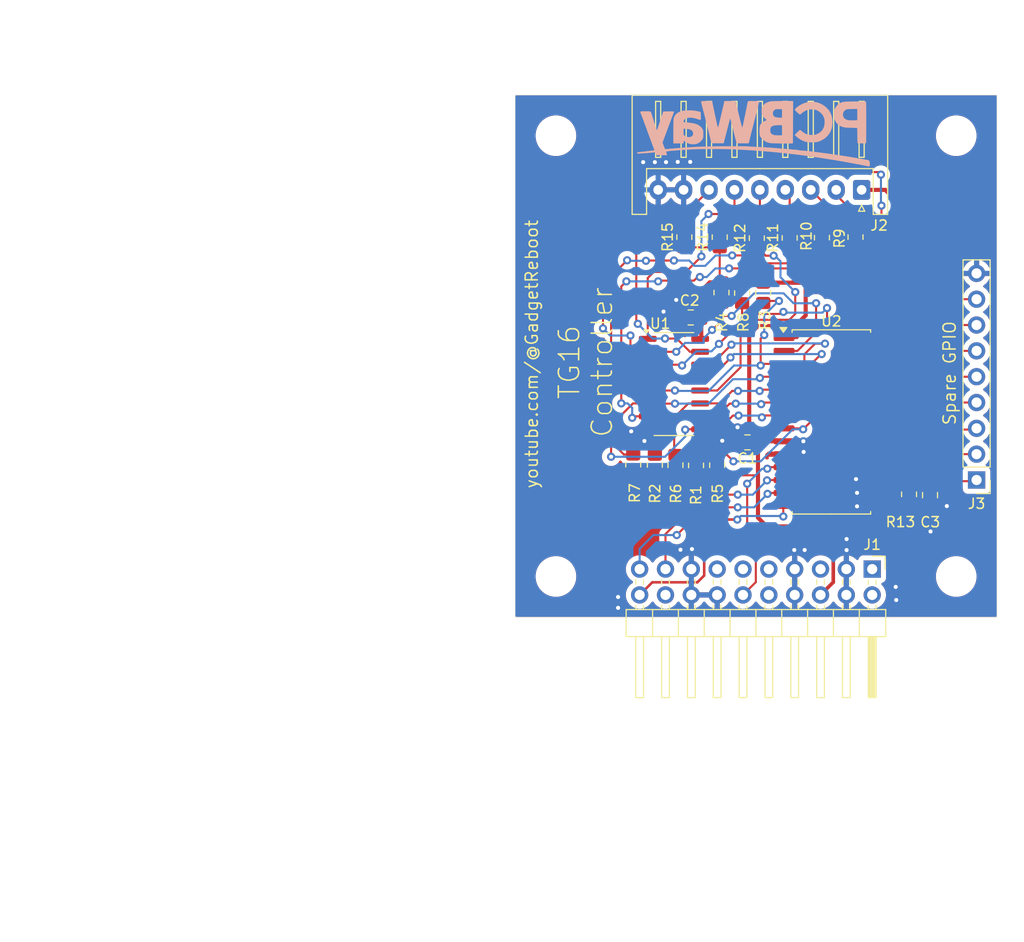
<source format=kicad_pcb>
(kicad_pcb (version 20241229) (generator "pcbnew") (generator_version "9.0")
  (layers (0 "F.Cu" signal) (2 "B.Cu" signal) (13 "F.Paste" user) (15 "B.Paste" user) (5 "F.SilkS" user "F.Silkscreen") (7 "B.SilkS" user "B.Silkscreen") (1 "F.Mask" user) (3 "B.Mask" user) (25 "Edge.Cuts" user))
  (net 0 "")
  (net 1 "GNDREF")
  (net 2 "Net-(U2-~{RESET})")
  (net 3 "/D0")
  (net 4 "/D1")
  (net 5 "/CLR")
  (net 6 "/SEL")
  (net 7 "/D3")
  (net 8 "/D2")
  (net 9 "/D17_5V")
  (net 10 "/SCL_5V")
  (net 11 "/D13_5V")
  (net 12 "/MISO_5V")
  (net 13 "/D26_5V")
  (net 14 "/SDA_5V")
  (net 15 "/ID0")
  (net 16 "/D16_5V")
  (net 17 "+5V")
  (net 18 "/D27_5V")
  (net 19 "/SCK_5V")
  (net 20 "/MOSI_5V")
  (net 21 "Net-(J3-Pin_7)")
  (net 22 "Net-(J3-Pin_6)")
  (net 23 "Net-(J3-Pin_8)")
  (net 24 "Net-(J3-Pin_2)")
  (net 25 "Net-(J3-Pin_4)")
  (net 26 "Net-(J3-Pin_3)")
  (net 27 "Net-(J3-Pin_1)")
  (net 28 "Net-(J3-Pin_5)")
  (net 29 "/Down")
  (net 30 "/Up")
  (net 31 "/Select")
  (net 32 "/Btn_I")
  (net 33 "/Left")
  (net 34 "/Right")
  (net 35 "/Run")
  (net 36 "/Btn_II")
  (net 37 "Net-(U1-Za)")
  (net 38 "Net-(U1-Zb)")
  (net 39 "Net-(U1-Zc)")
  (net 40 "Net-(U1-Zd)")
  (net 43 "/5V_Main")
  (footprint "MountingHole:MountingHole_3.5mm" (layer "F.Cu") (at 123 122.5)
    (property "Reference" "H3" (hide yes))
    (property "Value" "MountingHole")
  )
  (footprint "MountingHole:MountingHole_3.5mm" (layer "F.Cu") (at 57.2 122.6)
    (property "Reference" "H4" (hide yes))
    (property "Value" "MountingHole")
  )
  (footprint "Resistor_SMD:R_0805_2012Metric_Pad1.20x1.40mm_HandSolder" (layer "F.Cu") (at 107.425 81.075 90)
    (property "Reference" "R1")
    (property "Value" "47K")
  )
  (footprint "Capacitor_SMD:C_0805_2012Metric_Pad1.18x1.45mm_HandSolder" (layer "F.Cu") (at 112.475 78.810001 180)
    (property "Reference" "C1")
    (property "Value" "10uF")
  )
  (footprint "Capacitor_SMD:C_0805_2012Metric_Pad1.18x1.45mm_HandSolder" (layer "F.Cu") (at 106.9 66.525 180)
    (property "Reference" "C2")
    (property "Value" "10uF")
  )
  (footprint "Connector_PinHeader_2.54mm:PinHeader_1x09_P2.54mm_Vertical" (layer "F.Cu") (at 135 82.51 180)
    (property "Reference" "J3")
    (property "Value" "Conn_01x09")
  )
  (footprint "Resistor_SMD:R_0805_2012Metric_Pad1.20x1.40mm_HandSolder" (layer "F.Cu") (at 103.375 81.025 90)
    (property "Reference" "R2")
    (property "Value" "47K")
  )
  (footprint "Resistor_SMD:R_0805_2012Metric_Pad1.20x1.40mm_HandSolder" (layer "F.Cu") (at 114.024998 64.1 -90)
    (property "Reference" "R3")
    (property "Value" "47K")
  )
  (footprint "Resistor_SMD:R_0805_2012Metric_Pad1.20x1.40mm_HandSolder" (layer "F.Cu") (at 109.925 64.074999 -90)
    (property "Reference" "R4")
    (property "Value" "47K")
  )
  (footprint "Resistor_SMD:R_0805_2012Metric_Pad1.20x1.40mm_HandSolder" (layer "F.Cu") (at 109.5 81.05 90)
    (property "Reference" "R5")
    (property "Value" "47K")
  )
  (footprint "Resistor_SMD:R_0805_2012Metric_Pad1.20x1.40mm_HandSolder" (layer "F.Cu") (at 105.4 81.049999 90)
    (property "Reference" "R6")
    (property "Value" "47K")
  )
  (footprint "Resistor_SMD:R_0805_2012Metric_Pad1.20x1.40mm_HandSolder" (layer "F.Cu") (at 101.25 81 90)
    (property "Reference" "R7")
    (property "Value" "47K")
  )
  (footprint "Resistor_SMD:R_0805_2012Metric_Pad1.20x1.40mm_HandSolder" (layer "F.Cu") (at 111.950001 64.125 -90)
    (property "Reference" "R8")
    (property "Value" "47K")
  )
  (footprint "Resistor_SMD:R_0805_2012Metric_Pad1.20x1.40mm_HandSolder" (layer "F.Cu") (at 123.1 58.625 90)
    (property "Reference" "R9")
    (property "Value" "330r")
  )
  (footprint "Resistor_SMD:R_0805_2012Metric_Pad1.20x1.40mm_HandSolder" (layer "F.Cu") (at 119.8 58.675 90)
    (property "Reference" "R10")
    (property "Value" "330r")
  )
  (footprint "Package_SO:SO-16_3.9x9.9mm_P1.27mm" (layer "F.Cu") (at 105.25 73.075)
    (property "Reference" "U1")
    (property "Value" "74HC157")
  )
  (footprint "Package_SO:SOIC-28W_7.5x17.9mm_P1.27mm" (layer "F.Cu") (at 120.725 76.800001)
    (property "Reference" "U2")
    (property "Value" "MCP23S17_SO")
  )
  (footprint "Connector_JST:JST_XH_S9B-XH-A_1x09_P2.50mm_Horizontal" (layer "F.Cu") (at 123.7 53.975 180)
    (property "Reference" "J2")
    (property "Value" "Conn_01x09")
  )
  (footprint "Connector_PinHeader_2.54mm:PinHeader_2x10_P2.54mm_Horizontal" (layer "F.Cu") (at 124.74 91.275 -90)
    (property "Reference" "J1")
    (property "Value" "Conn_02x10_Odd_Even")
  )
  (footprint "MountingHole:MountingHole_3.5mm" (layer "F.Cu") (at 44.35 40.45 -90)
    (property "Reference" "H1" (hide yes))
    (property "Value" "MountingHole")
  )
  (footprint "MountingHole:MountingHole_3.5mm" (layer "F.Cu") (at 123 56)
    (property "Reference" "H2" (hide yes))
    (property "Value" "MountingHole")
  )
  (footprint "Resistor_SMD:R_0805_2012Metric_Pad1.20x1.40mm_HandSolder" (layer "F.Cu") (at 116.625 58.7 90)
    (property "Reference" "R11")
    (property "Value" "330r")
  )
  (footprint "Resistor_SMD:R_0805_2012Metric_Pad1.20x1.40mm_HandSolder" (layer "F.Cu") (at 113.4 58.725 90)
    (property "Reference" "R12")
    (property "Value" "330r")
  )
  (footprint "Resistor_SMD:R_0805_2012Metric_Pad1.20x1.40mm_HandSolder" (layer "F.Cu") (at 109.75 58.625 90)
    (property "Reference" "R14")
    (property "Value" "47K")
  )
  (footprint "Capacitor_SMD:C_0805_2012Metric_Pad1.18x1.45mm_HandSolder" (layer "F.Cu") (at 130.425 83.995 90)
    (property "Reference" "C3")
    (property "Value" "10nF")
  )
  (footprint "Resistor_SMD:R_0805_2012Metric_Pad1.20x1.40mm_HandSolder" (layer "F.Cu") (at 106.275 58.625001 90)
    (property "Reference" "R15")
    (property "Value" "47K")
  )
  (footprint "Resistor_SMD:R_0805_2012Metric_Pad1.20x1.40mm_HandSolder" (layer "F.Cu") (at 128.360001 83.92 90)
    (property "Reference" "R13")
    (property "Value" "47K")
  )
  (footprint "_Custom_Footprints:pcb way logo" (layer "B.Cu") (at 113.075 49.125 180)
    (property "Reference" "G***" (hide yes))
    (property "Value" "LOGO" (hide yes))
  )
  (gr_line (start 89.65 96) (end 89.65 44.65) (stroke (width 0.05)) (layer "Edge.Cuts"))
  (gr_line (start 137 96) (end 89.65 96) (stroke (width 0.05)) (layer "Edge.Cuts"))
  (gr_line (start 89.65 44.65) (end 137 44.65) (stroke (width 0.05)) (layer "Edge.Cuts"))
  (gr_line (start 137 44.65) (end 137 96) (stroke (width 0.05)) (layer "Edge.Cuts"))
  (gr_text "TG16\nController" (at 96.575 70.925 90) (layer "F.SilkS") (effects (font (size 2 2))))
  (gr_text "Spare GPIO" (at 132.35 72.000001 90) (layer "F.SilkS") (effects (font (size 1.2 1.2))))
  (gr_text "youtube.com/@GadgetReboot" (at 91.275 70.135 90) (layer "F.SilkS") (effects (font (size 1.2 1.2))))
  (via (at 122.224 88.319) (size 0.8) (drill 0.4) (layers "F.Cu" "B.Cu") (net 1))
  (via (at 127.05 93.027) (size 0.8) (drill 0.4) (layers "F.Cu" "B.Cu") (net 1))
  (via (at 106.85 51.225) (size 0.8) (drill 0.4) (layers "F.Cu" "B.Cu") (net 1))
  (via (at 105.475 64.8) (size 0.8) (drill 0.4) (layers "F.Cu" "B.Cu") (net 1))
  (via (at 123.25 85.1) (size 0.8) (drill 0.4) (layers "F.Cu" "B.Cu") (net 1))
  (via (at 118 79.75) (size 0.8) (drill 0.4) (layers "F.Cu" "B.Cu") (net 1))
  (via (at 102.225 51.25) (size 0.8) (drill 0.4) (layers "F.Cu" "B.Cu") (net 1))
  (via (at 127.1 94.315) (size 0.8) (drill 0.4) (layers "F.Cu" "B.Cu") (net 1))
  (via (at 99.7592 95.0856) (size 0.8) (drill 0.4) (layers "F.Cu" "B.Cu") (net 1))
  (via (at 132.075 85.075) (size 0.8) (drill 0.4) (layers "F.Cu" "B.Cu") (net 1))
  (via (at 107.021 89.303) (size 0.8) (drill 0.4) (layers "F.Cu" "B.Cu") (net 1))
  (via (at 117.975 78.7) (size 0.8) (drill 0.4) (layers "F.Cu" "B.Cu") (net 1))
  (via (at 105.625 51.225) (size 0.8) (drill 0.4) (layers "F.Cu" "B.Cu") (net 1))
  (via (at 130.475 87.575) (size 0.8) (drill 0.4) (layers "F.Cu" "B.Cu") (net 1))
  (via (at 122.224 89.4026) (size 0.8) (drill 0.4) (layers "F.Cu" "B.Cu") (net 1))
  (via (at 104.475 51.25) (size 0.8) (drill 0.4) (layers "F.Cu" "B.Cu") (net 1))
  (via (at 117.082 89.396) (size 0.8) (drill 0.4) (layers "F.Cu" "B.Cu") (net 1))
  (via (at 103.375 51.25) (size 0.8) (drill 0.4) (layers "F.Cu" "B.Cu") (net 1))
  (via (at 104.225 65.95) (size 0.8) (drill 0.4) (layers "F.Cu" "B.Cu") (net 1))
  (via (at 101.05 77.725) (size 0.8) (drill 0.4) (layers "F.Cu" "B.Cu") (net 1))
  (via (at 118.098 89.396) (size 0.8) (drill 0.4) (layers "F.Cu" "B.Cu") (net 1))
  (via (at 111.5 77.325) (size 0.8) (drill 0.4) (layers "F.Cu" "B.Cu") (net 1))
  (via (at 99.7592 94.0188) (size 0.8) (drill 0.4) (layers "F.Cu" "B.Cu") (net 1))
  (via (at 123.15 82.425) (size 0.8) (drill 0.4) (layers "F.Cu" "B.Cu") (net 1))
  (via (at 105.891 89.369) (size 0.8) (drill 0.4) (layers "F.Cu" "B.Cu") (net 1))
  (via (at 123.25 83.775) (size 0.8) (drill 0.4) (layers "F.Cu" "B.Cu") (net 1))
  (via (at 102.35 78.675) (size 0.8) (drill 0.4) (layers "F.Cu" "B.Cu") (net 1))
  (via (at 110 78.65) (size 0.8) (drill 0.4) (layers "F.Cu" "B.Cu") (net 1))
  (segment (start 127.745001 81.245001) (end 128.375 81.875) (width 0.2032) (layer "F.Cu") (net 2))
  (segment (start 128.360001 82.92) (end 130.3875 82.92) (width 0.2032) (layer "F.Cu") (net 2))
  (segment (start 128.360001 81.889999) (end 128.360001 82.92) (width 0.2032) (layer "F.Cu") (net 2))
  (segment (start 128.375 81.875) (end 128.360001 81.889999) (width 0.2032) (layer "F.Cu") (net 2))
  (segment (start 130.3875 82.92) (end 130.425 82.9575) (width 0.2032) (layer "F.Cu") (net 2))
  (segment (start 125.375 81.245001) (end 127.745001 81.245001) (width 0.2032) (layer "F.Cu") (net 2))
  (segment (start 121.2 54.475) (end 123.1 56.375) (width 0.2032) (layer "F.Cu") (net 3))
  (segment (start 121.2 53.975) (end 121.2 54.475) (width 0.2032) (layer "F.Cu") (net 3))
  (segment (start 123.1 56.375) (end 123.1 57.625) (width 0.2032) (layer "F.Cu") (net 3))
  (segment (start 119.8 57.675) (end 119.8 55.075) (width 0.2032) (layer "F.Cu") (net 4))
  (segment (start 119.8 55.075) (end 118.7 53.975) (width 0.2032) (layer "F.Cu") (net 4))
  (segment (start 101.55 59.025) (end 101.55 67) (width 0.2032) (layer "F.Cu") (net 5))
  (segment (start 102.949999 57.625001) (end 101.55 59.025) (width 0.2032) (layer "F.Cu") (net 5))
  (segment (start 106.125 69.2) (end 105.525 68.6) (width 0.2032) (layer "F.Cu") (net 5))
  (segment (start 107.825 69.9) (end 106.825 69.9) (width 0.2032) (layer "F.Cu") (net 5))
  (segment (start 106.275 56.425) (end 106.275 57.625001) (width 0.2032) (layer "F.Cu") (net 5))
  (segment (start 108.7 54) (end 106.275 56.425) (width 0.2032) (layer "F.Cu") (net 5))
  (segment (start 105.525 68.6) (end 104.375 68.6) (width 0.2032) (layer "F.Cu") (net 5))
  (segment (start 106.275 57.625001) (end 102.949999 57.625001) (width 0.2032) (layer "F.Cu") (net 5))
  (segment (start 106.825 69.9) (end 106.125 69.2) (width 0.2032) (layer "F.Cu") (net 5))
  (segment (start 101.55 67) (end 101.7 67.15) (width 0.2032) (layer "F.Cu") (net 5))
  (segment (start 108.7 53.975) (end 108.7 54) (width 0.2032) (layer "F.Cu") (net 5))
  (via (at 101.7 67.15) (size 0.8) (drill 0.4) (layers "F.Cu" "B.Cu") (net 5))
  (via (at 104.375 68.6) (size 0.8) (drill 0.4) (layers "F.Cu" "B.Cu") (net 5))
  (segment (start 103.15 68.6) (end 101.7 67.15) (width 0.2032) (layer "B.Cu") (net 5))
  (segment (start 104.375 68.6) (end 103.15 68.6) (width 0.2032) (layer "B.Cu") (net 5))
  (segment (start 109.75 56.4) (end 109.7 56.35) (width 0.2032) (layer "F.Cu") (net 6))
  (segment (start 109.7 56.35) (end 110.425 56.35) (width 0.2032) (layer "F.Cu") (net 6))
  (segment (start 110.425 56.35) (end 111.2 55.575) (width 0.2032) (layer "F.Cu") (net 6))
  (segment (start 102.675 62.65) (end 102.675 68.629999) (width 0.2032) (layer "F.Cu") (net 6))
  (segment (start 108.65 56.35) (end 109.7 56.35) (width 0.2032) (layer "F.Cu") (net 6))
  (segment (start 103.275 62.05) (end 102.675 62.65) (width 0.2032) (layer "F.Cu") (net 6))
  (segment (start 111.2 55.575) (end 111.2 53.975) (width 0.2032) (layer "F.Cu") (net 6))
  (segment (start 107.95 60.525) (end 106.425 62.05) (width 0.2032) (layer "F.Cu") (net 6))
  (segment (start 109.75 57.625) (end 109.75 56.4) (width 0.2032) (layer "F.Cu") (net 6))
  (segment (start 106.425 62.05) (end 103.275 62.05) (width 0.2032) (layer "F.Cu") (net 6))
  (via (at 108.65 56.35) (size 0.8) (drill 0.4) (layers "F.Cu" "B.Cu") (net 6))
  (via (at 107.95 60.525) (size 0.8) (drill 0.4) (layers "F.Cu" "B.Cu") (net 6))
  (segment (start 107.95 57.05) (end 108.65 56.35) (width 0.2032) (layer "B.Cu") (net 6))
  (segment (start 107.95 60.525) (end 107.95 57.05) (width 0.2032) (layer "B.Cu") (net 6))
  (segment (start 113.7 57.425) (end 113.4 57.725) (width 0.2032) (layer "F.Cu") (net 7))
  (segment (start 113.7 53.975) (end 113.7 57.425) (width 0.2032) (layer "F.Cu") (net 7))
  (segment (start 116.625 57.7) (end 116.625 54.4) (width 0.2032) (layer "F.Cu") (net 8))
  (segment (start 116.625 54.4) (end 116.2 53.975) (width 0.2032) (layer "F.Cu") (net 8))
  (segment (start 113.3 92.555) (end 112.04 93.815) (width 0.2032) (layer "F.Cu") (net 11))
  (segment (start 112.45 82.875) (end 112.45 86.675) (width 0.2032) (layer "F.Cu") (net 11))
  (segment (start 113.3 87.525) (end 113.3 92.555) (width 0.2032) (layer "F.Cu") (net 11))
  (segment (start 116.075 81.245001) (end 114.579999 81.245001) (width 0.2032) (layer "F.Cu") (net 11))
  (segment (start 112.45 86.675) (end 113.3 87.525) (width 0.2032) (layer "F.Cu") (net 11))
  (segment (start 114.579999 81.245001) (end 114.425 81.4) (width 0.2032) (layer "F.Cu") (net 11))
  (via (at 114.425 81.4) (size 0.8) (drill 0.4) (layers "F.Cu" "B.Cu") (net 11))
  (via (at 112.45 82.875) (size 0.8) (drill 0.4) (layers "F.Cu" "B.Cu") (net 11))
  (segment (start 113.925 81.4) (end 112.45 82.875) (width 0.2032) (layer "B.Cu") (net 11))
  (segment (start 114.425 81.4) (end 113.925 81.4) (width 0.2032) (layer "B.Cu") (net 11))
  (segment (start 116 86.1) (end 116 85.130001) (width 0.2032) (layer "F.Cu") (net 12))
  (segment (start 101.88 93.815) (end 103.124 92.571) (width 0.25) (layer "F.Cu") (net 12))
  (segment (start 103.124 92.571) (end 107.557 92.571) (width 0.25) (layer "F.Cu") (net 12))
  (segment (start 107.557 92.571) (end 108.225 91.903) (width 0.25) (layer "F.Cu") (net 12))
  (segment (start 109.475 86.4) (end 111.475 86.4) (width 0.25) (layer "F.Cu") (net 12))
  (segment (start 116 85.130001) (end 116.075 85.055001) (width 0.2032) (layer "F.Cu") (net 12))
  (segment (start 108.225 91.903) (end 108.225 87.65) (width 0.25) (layer "F.Cu") (net 12))
  (segment (start 108.225 87.65) (end 109.475 86.4) (width 0.25) (layer "F.Cu") (net 12))
  (via (at 111.475 86.4) (size 0.8) (drill 0.4) (layers "F.Cu" "B.Cu") (net 12))
  (via (at 116 86.1) (size 0.8) (drill 0.4) (layers "F.Cu" "B.Cu") (net 12))
  (segment (start 111.825 86.05) (end 115.95 86.05) (width 0.2032) (layer "B.Cu") (net 12))
  (segment (start 111.475 86.4) (end 111.825 86.05) (width 0.2032) (layer "B.Cu") (net 12))
  (segment (start 115.95 86.05) (end 116 86.1) (width 0.2032) (layer "B.Cu") (net 12))
  (segment (start 112.65 68.225) (end 113.5 67.375) (width 0.4064) (layer "F.Cu") (net 17))
  (segment (start 106.275 59.625001) (end 109.75 59.625) (width 0.2032) (layer "F.Cu") (net 17))
  (segment (start 118.175 63.1) (end 116.85 63.1) (width 0.4064) (layer "F.Cu") (net 17))
  (segment (start 113.5125 78.810001) (end 113.5125 77.7125) (width 0.4064) (layer "F.Cu") (net 17))
  (segment (start 120.914201 87.097201) (end 120.892 87.075) (width 0.4064) (layer "F.Cu") (net 17))
  (segment (start 107.9375 66.525) (end 107.9375 68.517499) (width 0.4064) (layer "F.Cu") (net 17))
  (segment (start 113.5125 78.810001) (end 113.5125 82.125) (width 0.4064) (layer "F.Cu") (net 17))
  (segment (start 113.5 67.375) (end 117.15 67.375) (width 0.4064) (layer "F.Cu") (net 17))
  (segment (start 119.66 93.815) (end 120.914201 92.560799) (width 0.3556) (layer "F.Cu") (net 17))
  (segment (start 113.5125 86.2125) (end 114.375 87.075) (width 0.4064) (layer "F.Cu") (net 17))
  (segment (start 105.375001 82.025) (end 105.4 82.049999) (width 0.2032) (layer "F.Cu") (net 17))
  (segment (start 126.125 63.1) (end 116.85 63.1) (width 0.4064) (layer "F.Cu") (net 17))
  (segment (start 114.024998 63.1) (end 111.975001 63.1) (width 0.4064) (layer "F.Cu") (net 17))
  (segment (start 123.7 53.975) (end 126.025 53.975) (width 0.4064) (layer "F.Cu") (net 17))
  (segment (start 107.425 82.075) (end 109.475 82.075) (width 0.2032) (layer "F.Cu") (net 17))
  (segment (start 103.35 82) (end 103.375 82.025) (width 0.2032) (layer "F.Cu") (net 17))
  (segment (start 109.975001 63.125) (end 109.925 63.074999) (width 0.4064) (layer "F.Cu") (net 17))
  (segment (start 127.35 55.3) (end 127.35 61.875) (width 0.4064) (layer "F.Cu") (net 17))
  (segment (start 101.25 82) (end 103.35 82) (width 0.2032) (layer "F.Cu") (net 17))
  (segment (start 109.75 62.899999) (end 109.925 63.074999) (width 0.2032) (layer "F.Cu") (net 17))
  (segment (start 107.9375 68.517499) (end 107.825 68.629999) (width 0.4064) (layer "F.Cu") (net 17))
  (segment (start 103.375 82.025) (end 105.375001 82.025) (width 0.2032) (layer "F.Cu") (net 17))
  (segment (start 108.775001 63.074999) (end 107.9375 63.9125) (width 0.4064) (layer "F.Cu") (net 17))
  (segment (start 107.399999 82.049999) (end 107.425 82.075) (width 0.2032) (layer "F.Cu") (net 17))
  (segment (start 112.65 76.85) (end 112.65 68.225) (width 0.4064) (layer "F.Cu") (net 17))
  (segment (start 116.85 63.1) (end 114.024998 63.1) (width 0.4064) (layer "F.Cu") (net 17))
  (segment (start 127.35 61.875) (end 126.125 63.1) (width 0.4064) (layer "F.Cu") (net 17))
  (segment (start 105.4 82.049999) (end 107.399999 82.049999) (width 0.2032) (layer "F.Cu") (net 17))
  (segment (start 118.2 63.125) (end 118.175 63.1) (width 0.4064) (layer "F.Cu") (net 17))
  (segment (start 120.892 87.075) (end 127.531 87.075) (width 0.4064) (layer "F.Cu") (net 17))
  (segment (start 113.6175 78.705001) (end 113.5125 78.810001) (width 0.4064) (layer "F.Cu") (net 17))
  (segment (start 109.5 82.05) (end 113.4375 82.05) (width 0.2032) (layer "F.Cu") (net 17))
  (segment (start 117.15 67.375) (end 118.2 66.325) (width 0.4064) (layer "F.Cu") (net 17))
  (segment (start 113.5125 82.125) (end 113.5125 86.2125) (width 0.4064) (layer "F.Cu") (net 17))
  (segment (start 126.025 53.975) (end 127.35 55.3) (width 0.4064) (layer "F.Cu") (net 17))
  (segment (start 107.9375 63.9125) (end 107.9375 66.525) (width 0.4064) (layer "F.Cu") (net 17))
  (segment (start 127.531 87.075) (end 128.360001 86.245999) (width 0.4064) (layer "F.Cu") (net 17))
  (segment (start 109.925 63.074999) (end 108.775001 63.074999) (width 0.4064) (layer "F.Cu") (net 17))
  (segment (start 113.5125 77.7125) (end 112.65 76.85) (width 0.4064) (layer "F.Cu") (net 17))
  (segment (start 111.950001 63.125) (end 109.975001 63.125) (width 0.4064) (layer "F.Cu") (net 17))
  (segment (start 109.475 82.075) (end 109.5 82.05) (width 0.2032) (layer "F.Cu") (net 17))
  (segment (start 109.75 59.625) (end 109.75 62.899999) (width 0.2032) (layer "F.Cu") (net 17))
  (segment (start 118.2 66.325) (end 118.2 63.125) (width 0.4064) (layer "F.Cu") (net 17))
  (segment (start 119.66 93.46) (end 120.25 94.05) (width 0.4064) (layer "F.Cu") (net 17))
  (segment (start 116.075 78.705001) (end 113.6175 78.705001) (width 0.4064) (layer "F.Cu") (net 17))
  (segment (start 113.4375 82.05) (end 113.5125 82.125) (width 0.2032) (layer "F.Cu") (net 17))
  (segment (start 114.375 87.075) (end 120.892 87.075) (width 0.4064) (layer "F.Cu") (net 17))
  (segment (start 111.975001 63.1) (end 111.950001 63.125) (width 0.4064) (layer "F.Cu") (net 17))
  (segment (start 128.360001 86.245999) (end 128.360001 84.92) (width 0.4064) (layer "F.Cu") (net 17))
  (segment (start 120.914201 92.560799) (end 120.914201 87.097201) (width 0.3556) (layer "F.Cu") (net 17))
  (segment (start 114.434999 82.515001) (end 114.4 82.55) (width 0.2032) (layer "F.Cu") (net 19))
  (segment (start 111.525 83.95) (end 108.3 83.95) (width 0.2032) (layer "F.Cu") (net 19))
  (segment (start 104.42 87.83) (end 104.42 91.275) (width 0.2032) (layer "F.Cu") (net 19))
  (segment (start 108.3 83.95) (end 104.42 87.83) (width 0.2032) (layer "F.Cu") (net 19))
  (segment (start 116.075 82.515001) (end 114.434999 82.515001) (width 0.2032) (layer "F.Cu") (net 19))
  (via (at 111.525 83.95) (size 0.8) (drill 0.4) (layers "F.Cu" "B.Cu") (net 19))
  (via (at 114.4 82.55) (size 0.8) (drill 0.4) (layers "F.Cu" "B.Cu") (net 19))
  (segment (start 113 83.95) (end 111.525 83.95) (width 0.2032) (layer "B.Cu") (net 19))
  (segment (start 114.4 82.55) (end 113 83.95) (width 0.2032) (layer "B.Cu") (net 19))
  (segment (start 114.54 83.785) (end 114.45 83.875) (width 0.2032) (layer "F.Cu") (net 20))
  (segment (start 116.075 83.785) (end 114.54 83.785) (width 0.2032) (layer "F.Cu") (net 20))
  (segment (start 111.525 85.2) (end 108.25 85.2) (width 0.2032) (layer "F.Cu") (net 20))
  (segment (start 108.25 85.2) (end 105.525 87.925) (width 0.2032) (layer "F.Cu") (net 20))
  (via (at 105.525 87.925) (size 0.8) (drill 0.4) (layers "F.Cu" "B.Cu") (net 20))
  (via (at 114.45 83.875) (size 0.8) (drill 0.4) (layers "F.Cu" "B.Cu") (net 20))
  (via (at 111.525 85.2) (size 0.8) (drill 0.4) (layers "F.Cu" "B.Cu") (net 20))
  (segment (start 113.125 85.2) (end 111.525 85.2) (width 0.2032) (layer "B.Cu") (net 20))
  (segment (start 114.45 83.875) (end 113.125 85.2) (width 0.2032) (layer "B.Cu") (net 20))
  (segment (start 101.88 89.275) (end 101.88 91.275) (width 0.2032) (layer "B.Cu") (net 20))
  (segment (start 103.23 87.925) (end 101.88 89.275) (width 0.2032) (layer "B.Cu") (net 20))
  (segment (start 105.525 87.925) (end 103.23 87.925) (width 0.2032) (layer "B.Cu") (net 20))
  (segment (start 129.134998 69.815002) (end 131.68 67.27) (width 0.2032) (layer "F.Cu") (net 21))
  (segment (start 125.375 69.815002) (end 129.134998 69.815002) (width 0.2032) (layer "F.Cu") (net 21))
  (segment (start 131.68 67.27) (end 135 67.27) (width 0.2032) (layer "F.Cu") (net 21))
  (segment (start 132.09 69.81) (end 135 69.81) (width 0.2032) (layer "F.Cu") (net 22))
  (segment (start 130.814999 71.085001) (end 132.09 69.81) (width 0.2032) (layer "F.Cu") (net 22))
  (segment (start 125.375 71.085001) (end 130.814999 71.085001) (width 0.2032) (layer "F.Cu") (net 22))
  (segment (start 128.179999 68.545001) (end 131.995001 64.729999) (width 0.2032) (layer "F.Cu") (net 23))
  (segment (start 131.995001 64.729999) (end 135 64.729999) (width 0.2032) (layer "F.Cu") (net 23))
  (segment (start 125.375 68.545001) (end 128.179999 68.545001) (width 0.2032) (layer "F.Cu") (net 23))
  (segment (start 125.375 76.165001) (end 128.915001 76.165001) (width 0.2032) (layer "F.Cu") (net 24))
  (segment (start 128.915001 76.165001) (end 132.72 79.97) (width 0.2032) (layer "F.Cu") (net 24))
  (segment (start 132.72 79.97) (end 135 79.97) (width 0.2032) (layer "F.Cu") (net 24))
  (segment (start 131.075001 73.625001) (end 132.34 74.89) (width 0.2032) (layer "F.Cu") (net 25))
  (segment (start 132.34 74.89) (end 135 74.89) (width 0.2032) (layer "F.Cu") (net 25))
  (segment (start 125.375001 73.625001) (end 131.075001 73.625001) (width 0.2032) (layer "F.Cu") (net 25))
  (segment (start 134.880001 77.55) (end 135 77.430001) (width 0.2032) (layer "F.Cu") (net 26))
  (segment (start 130.070001 74.895001) (end 132.725 77.55) (width 0.2032) (layer "F.Cu") (net 26))
  (segment (start 132.725 77.55) (end 134.880001 77.55) (width 0.2032) (layer "F.Cu") (net 26))
  (segment (start 125.375 74.895001) (end 130.070001 74.895001) (width 0.2032) (layer "F.Cu") (net 26))
  (segment (start 133.35 82.625) (end 134.885 82.625) (width 0.2032) (layer "F.Cu") (net 27))
  (segment (start 128.160001 77.435001) (end 133.35 82.625) (width 0.2032) (layer "F.Cu") (net 27))
  (segment (start 134.885 82.625) (end 135 82.51) (width 0.2032) (layer "F.Cu") (net 27))
  (segment (start 125.375 77.435001) (end 128.160001 77.435001) (width 0.2032) (layer "F.Cu") (net 27))
  (segment (start 134.994999 72.355001) (end 135 72.35) (width 0.2032) (layer "F.Cu") (net 28))
  (segment (start 125.375 72.355001) (end 134.994999 72.355001) (width 0.2032) (layer "F.Cu") (net 28))
  (segment (start 110.725 75) (end 111.325 75) (width 0.2032) (layer "F.Cu") (net 29))
  (segment (start 113.825 75.05) (end 113.979999 74.895001) (width 0.2032) (layer "F.Cu") (net 29))
  (segment (start 107.825 76.25) (end 106.25 76.25) (width 0.2032) (layer "F.Cu") (net 29))
  (segment (start 106.25 76.25) (end 105.275 77.225) (width 0.2032) (layer "F.Cu") (net 29))
  (segment (start 105.275 79.924999) (end 105.4 80.049999) (width 0.2032) (layer "F.Cu") (net 29))
  (segment (start 109.475 76.25) (end 110.725 75) (width 0.2032) (layer "F.Cu") (net 29))
  (segment (start 113.979999 74.895001) (end 116.075 74.895001) (width 0.2032) (layer "F.Cu") (net 29))
  (segment (start 107.825 76.25) (end 109.475 76.25) (width 0.2032) (layer "F.Cu") (net 29))
  (segment (start 105.275 77.225) (end 105.275 79.924999) (width 0.2032) (layer "F.Cu") (net 29))
  (via (at 113.825 75.05) (size 0.8) (drill 0.4) (layers "F.Cu" "B.Cu") (net 29))
  (via (at 111.325 75) (size 0.8) (drill 0.4) (layers "F.Cu" "B.Cu") (net 29))
  (segment (start 113.775 75) (end 113.825 75.05) (width 0.2032) (layer "B.Cu") (net 29))
  (segment (start 111.325 75) (end 113.775 75) (width 0.2032) (layer "B.Cu") (net 29))
  (segment (start 116.075 69.815002) (end 117.384998 69.815002) (width 0.2032) (layer "F.Cu") (net 30))
  (segment (start 116.0125 65.9734) (end 116.0125 66.0125) (width 0.2032) (layer "F.Cu") (net 30))
  (segment (start 117.384998 69.815002) (end 119.875 67.325) (width 0.2032) (layer "F.Cu") (net 30))
  (segment (start 111.950001 66.175) (end 111.950001 65.900001) (width 0.2032) (layer "F.Cu") (net 30))
  (segment (start 115.85 66.175) (end 111.950001 66.175) (width 0.2032) (layer "F.Cu") (net 30))
  (segment (start 111.950001 66.849999) (end 111.950001 65.900001) (width 0.2032) (layer "F.Cu") (net 30))
  (segment (start 105.970001 71.170001) (end 106.05 71.25) (width 0.2032) (layer "F.Cu") (net 30))
  (segment (start 116.0125 66.0125) (end 115.85 66.175) (width 0.2032) (layer "F.Cu") (net 30))
  (segment (start 111.950001 65.900001) (end 111.950001 65.125) (width 0.2032) (layer "F.Cu") (net 30))
  (segment (start 119.875 67.325) (end 120.3 66.9) (width 0.2032) (layer "F.Cu") (net 30))
  (segment (start 102.675 71.170001) (end 105.970001 71.170001) (width 0.2032) (layer "F.Cu") (net 30))
  (segment (start 120.3 66.9) (end 120.3 65.6) (width 0.2032) (layer "F.Cu") (net 30))
  (segment (start 109.675 69.125) (end 111.950001 66.849999) (width 0.2032) (layer "F.Cu") (net 30))
  (via (at 106.05 71.25) (size 0.8) (drill 0.4) (layers "F.Cu" "B.Cu") (net 30))
  (via (at 116.0125 65.9734) (size 0.8) (drill 0.4) (layers "F.Cu" "B.Cu") (net 30))
  (via (at 120.3 65.6) (size 0.8) (drill 0.4) (layers "F.Cu" "B.Cu") (net 30))
  (via (at 109.675 69.125) (size 0.8) (drill 0.4) (layers "F.Cu" "B.Cu") (net 30))
  (segment (start 116.2484 65.9734) (end 116.325 66.05) (width 0.2032) (layer "B.Cu") (net 30))
  (segment (start 108.942211 69.857789) (end 107.442211 69.857789) (width 0.2032) (layer "B.Cu") (net 30))
  (segment (start 116.325 66.05) (end 119.85 66.05) (width 0.2032) (layer "B.Cu") (net 30))
  (segment (start 109.675 69.125) (end 108.942211 69.857789) (width 0.2032) (layer "B.Cu") (net 30))
  (segment (start 119.85 66.05) (end 120.3 65.6) (width 0.2032) (layer "B.Cu") (net 30))
  (segment (start 116.0125 65.9734) (end 116.2484 65.9734) (width 0.2032) (layer "B.Cu") (net 30))
  (segment (start 107.442211 69.857789) (end 106.05 71.25) (width 0.2032) (layer "B.Cu") (net 30))
  (segment (start 104.35 78.2) (end 103.375 79.175) (width 0.2032) (layer "F.Cu") (net 31))
  (segment (start 110.975 73.75) (end 109.745001 74.979999) (width 0.2032) (layer "F.Cu") (net 31))
  (segment (start 116.074999 73.625001) (end 113.799999 73.625001) (width 0.2032) (layer "F.Cu") (net 31))
  (segment (start 107.825 74.979999) (end 106.670001 74.979999) (width 0.2032) (layer "F.Cu") (net 31))
  (segment (start 111.55 73.75) (end 110.975 73.75) (width 0.2032) (layer "F.Cu") (net 31))
  (segment (start 104.35 77.3) (end 104.35 78.2) (width 0.2032) (layer "F.Cu") (net 31))
  (segment (start 113.799999 73.625001) (end 113.675 73.75) (width 0.2032) (layer "F.Cu") (net 31))
  (segment (start 106.670001 74.979999) (end 104.35 77.3) (width 0.2032) (layer "F.Cu") (net 31))
  (segment (start 103.375 79.175) (end 103.375 80.025) (width 0.2032) (layer "F.Cu") (net 31))
  (segment (start 109.745001 74.979999) (end 107.825 74.979999) (width 0.2032) (layer "F.Cu") (net 31))
  (via (at 111.55 73.75) (size 0.8) (drill 0.4) (layers "F.Cu" "B.Cu") (net 31))
  (via (at 113.675 73.75) (size 0.8) (drill 0.4) (layers "F.Cu" "B.Cu") (net 31))
  (segment (start 113.675 73.75) (end 111.55 73.75) (width 0.2032) (layer "B.Cu") (net 31))
  (segment (start 117.354999 68.545001) (end 118.675 67.225) (width 0.2032) (layer "F.Cu") (net 32))
  (segment (start 110.925 66.375) (end 109.925 66.375) (width 0.2032) (layer "F.Cu") (net 32))
  (segment (start 102.675 69.9) (end 105.475 69.9) (width 0.2032) (layer "F.Cu") (net 32))
  (segment (start 109.025 67.75) (end 109.925 66.85) (width 0.2032) (layer "F.Cu") (net 32))
  (segment (start 109 67.75) (end 109.025 67.75) (width 0.2032) (layer "F.Cu") (net 32))
  (segment (start 109.925 66.375) (end 109.925 65.074999) (width 0.2032) (layer "F.Cu") (net 32))
  (segment (start 118.675 67.225) (end 119.225 66.675) (width 0.2032) (layer "F.Cu") (net 32))
  (segment (start 116.075 68.545001) (end 117.354999 68.545001) (width 0.2032) (layer "F.Cu") (net 32))
  (segment (start 119.225 66.675) (end 119.225 65.125) (width 0.2032) (layer "F.Cu") (net 32))
  (segment (start 109.925 66.85) (end 109.925 66.375) (width 0.2032) (layer "F.Cu") (net 32))
  (via (at 110.925 66.375) (size 0.8) (drill 0.4) (layers "F.Cu" "B.Cu") (net 32))
  (via (at 109 67.75) (size 0.8) (drill 0.4) (layers "F.Cu" "B.Cu") (net 32))
  (via (at 119.225 65.125) (size 0.8) (drill 0.4) (layers "F.Cu" "B.Cu") (net 32))
  (via (at 105.475 69.9) (size 0.8) (drill 0.4) (layers "F.Cu" "B.Cu") (net 32))
  (segment (start 116.025 64.15) (end 113.125 64.15) (width 0.2032) (layer "B.Cu") (net 32))
  (segment (start 106.35 69.025) (end 108.175 69.025) (width 0.2032) (layer "B.Cu") (net 32))
  (segment (start 105.475 69.9) (end 106.35 69.025) (width 0.2032) (layer "B.Cu") (net 32))
  (segment (start 108.175 69.025) (end 108.175 68.575) (width 0.2032) (layer "B.Cu") (net 32))
  (segment (start 119.225 65.125) (end 117 65.125) (width 0.2032) (layer "B.Cu") (net 32))
  (segment (start 108.175 68.575) (end 109 67.75) (width 0.2032) (layer "B.Cu") (net 32))
  (segment (start 117 65.125) (end 116.025 64.15) (width 0.2032) (layer "B.Cu") (net 32))
  (segment (start 110.925 66.35) (end 110.925 66.375) (width 0.2032) (layer "B.Cu") (net 32))
  (segment (start 113.125 64.15) (end 110.925 66.35) (width 0.2032) (layer "B.Cu") (net 32))
  (segment (start 110.808607 70.516393) (end 108.885 72.44) (width 0.2032) (layer "F.Cu") (net 33))
  (segment (start 119.775 70.125) (end 119.725 70.125) (width 0.2032) (layer "F.Cu") (net 33))
  (segment (start 110.475 80.05) (end 111.1 80.675) (width 0.2032) (layer "F.Cu") (net 33))
  (segment (start 118.925 76.55) (end 117.95 77.525) (width 0.2032) (layer "F.Cu") (net 33))
  (segment (start 108.885 72.44) (end 107.825 72.44) (width 0.2032) (layer "F.Cu") (net 33))
  (segment (start 109.5 80.05) (end 110.475 80.05) (width 0.2032) (layer "F.Cu") (net 33))
  (segment (start 117.75 77.525) (end 117.660001 77.435001) (width 0.2032) (layer "F.Cu") (net 33))
  (segment (start 119.725 70.125) (end 118.925 70.925) (width 0.2032) (layer "F.Cu") (net 33))
  (segment (start 118.925 70.925) (end 118.925 76.55) (width 0.2032) (layer "F.Cu") (net 33))
  (segment (start 117.660001 77.435001) (end 116.075 77.435001) (width 0.2032) (layer "F.Cu") (net 33))
  (segment (start 117.95 77.525) (end 117.75 77.525) (width 0.2032) (layer "F.Cu") (net 33))
  (segment (start 110.808607 70.458607) (end 110.808607 70.516393) (width 0.2032) (layer "F.Cu") (net 33))
  (via (at 111.1 80.675) (size 0.8) (drill 0.4) (layers "F.Cu" "B.Cu") (net 33))
  (via (at 117.95 77.525) (size 0.8) (drill 0.4) (layers "F.Cu" "B.Cu") (net 33))
  (via (at 110.808607 70.458607) (size 0.8) (drill 0.4) (layers "F.Cu" "B.Cu") (net 33))
  (via (at 119.775 70.125) (size 0.8) (drill 0.4) (layers "F.Cu" "B.Cu") (net 33))
  (segment (start 117.95 77.525) (end 116.925 77.525) (width 0.2032) (layer "B.Cu") (net 33))
  (segment (start 119.775 70.125) (end 111.142214 70.125) (width 0.2032) (layer "B.Cu") (net 33))
  (segment (start 111.142214 70.125) (end 110.808607 70.458607) (width 0.2032) (layer "B.Cu") (net 33))
  (segment (start 116.925 77.525) (end 113.775 80.675) (width 0.2032) (layer "B.Cu") (net 33))
  (segment (start 113.775 80.675) (end 111.1 80.675) (width 0.2032) (layer "B.Cu") (net 33))
  (segment (start 105.35 75) (end 102.695001 75) (width 0.2032) (layer "F.Cu") (net 34))
  (segment (start 113.819999 72.355001) (end 113.7 72.475) (width 0.2032) (layer "F.Cu") (net 34))
  (segment (start 99.925 76.275) (end 99.925 79.6) (width 0.2032) (layer "F.Cu") (net 34))
  (segment (start 99.925 79.6) (end 100.325 80) (width 0.2032) (layer "F.Cu") (net 34))
  (segment (start 102.675 74.979999) (end 101.220001 74.979999) (width 0.2032) (layer "F.Cu") (net 34))
  (segment (start 101.220001 74.979999) (end 99.925 76.275) (width 0.2032) (layer "F.Cu") (net 34))
  (segment (start 100.325 80) (end 101.25 80) (width 0.2032) (layer "F.Cu") (net 34))
  (segment (start 102.695001 75) (end 102.675 74.979999) (width 0.2032) (layer "F.Cu") (net 34))
  (segment (start 116.075 72.355001) (end 113.819999 72.355001) (width 0.2032) (layer "F.Cu") (net 34))
  (via (at 105.35 75) (size 0.8) (drill 0.4) (layers "F.Cu" "B.Cu") (net 34))
  (via (at 113.7 72.475) (size 0.8) (drill 0.4) (layers "F.Cu" "B.Cu") (net 34))
  (segment (start 105.35 75) (end 108.65 75) (width 0.2032) (layer "B.Cu") (net 34))
  (segment (start 113.575 72.6) (end 113.7 72.475) (width 0.2032) (layer "B.Cu") (net 34))
  (segment (start 111.05 72.6) (end 113.575 72.6) (width 0.2032) (layer "B.Cu") (net 34))
  (segment (start 108.65 75) (end 111.05 72.6) (width 0.2032) (layer "B.Cu") (net 34))
  (segment (start 119.125 69.1) (end 118.075 70.15) (width 0.2032) (layer "F.Cu") (net 35))
  (segment (start 120.1 69.1) (end 119.125 69.1) (width 0.2032) (layer "F.Cu") (net 35))
  (segment (start 107.75 78.6) (end 108.625 78.6) (width 0.2032) (layer "F.Cu") (net 35))
  (segment (start 114.084999 76.165001) (end 116.075 76.165001) (width 0.2032) (layer "F.Cu") (net 35))
  (segment (start 107.425 78.925) (end 107.75 78.6) (width 0.2032) (layer "F.Cu") (net 35))
  (segment (start 118.075 75.65) (end 117.559999 76.165001) (width 0.2032) (layer "F.Cu") (net 35))
  (segment (start 118.075 70.15) (end 118.075 75.65) (width 0.2032) (layer "F.Cu") (net 35))
  (segment (start 108.625 78.6) (end 111.05 76.175) (width 0.2032) (layer "F.Cu") (net 35))
  (segment (start 108.929999 71.170001) (end 107.825 71.170001) (width 0.2032) (layer "F.Cu") (net 35))
  (segment (start 113.9 76.35) (end 114.084999 76.165001) (width 0.2032) (layer "F.Cu") (net 35))
  (segment (start 107.425 80.075) (end 107.425 78.925) (width 0.2032) (layer "F.Cu") (net 35))
  (segment (start 117.559999 76.165001) (end 116.075 76.165001) (width 0.2032) (layer "F.Cu") (net 35))
  (segment (start 111.05 76.175) (end 111.6 76.175) (width 0.2032) (layer "F.Cu") (net 35))
  (segment (start 110.9 69.2) (end 108.929999 71.170001) (width 0.2032) (layer "F.Cu") (net 35))
  (via (at 111.6 76.175) (size 0.8) (drill 0.4) (layers "F.Cu" "B.Cu") (net 35))
  (via (at 110.9 69.2) (size 0.8) (drill 0.4) (layers "F.Cu" "B.Cu") (net 35))
  (via (at 113.9 76.35) (size 0.8) (drill 0.4) (layers "F.Cu" "B.Cu") (net 35))
  (via (at 120.1 69.1) (size 0.8) (drill 0.4) (layers "F.Cu" "B.Cu") (net 35))
  (segment (start 120.075 69.075) (end 120.1 69.1) (width 0.2032) (layer "B.Cu") (net 35))
  (segment (start 113.725 76.175) (end 113.9 76.35) (width 0.2032) (layer "B.Cu") (net 35))
  (segment (start 111.025 69.075) (end 120.075 69.075) (width 0.2032) (layer "B.Cu") (net 35))
  (segment (start 110.9 69.2) (end 111.025 69.075) (width 0.2032) (layer "B.Cu") (net 35))
  (segment (start 111.6 76.175) (end 113.725 76.175) (width 0.2032) (layer "B.Cu") (net 35))
  (segment (start 113.775 68.6) (end 114.125 68.25) (width 0.2032) (layer "F.Cu") (net 36))
  (segment (start 105.35 73.71) (end 102.675 73.71) (width 0.2032) (layer "F.Cu") (net 36))
  (segment (start 114.224998 64.9) (end 114.024998 65.1) (width 0.2032) (layer "F.Cu") (net 36))
  (segment (start 113.939999 71.085001) (end 116.075 71.085001) (width 0.2032) (layer "F.Cu") (net 36))
  (segment (start 113.775 71.25) (end 113.775 68.6) (width 0.2032) (layer "F.Cu") (net 36))
  (segment (start 113.775 71.25) (end 113.939999 71.085001) (width 0.2032) (layer "F.Cu") (net 36))
  (segment (start 115.575 64.9) (end 114.224998 64.9) (width 0.2032) (layer "F.Cu") (net 36))
  (via (at 113.775 71.25) (size 0.8) (drill 0.4) (layers "F.Cu" "B.Cu") (net 36))
  (via (at 114.125 68.25) (size 0.8) (drill 0.4) (layers "F.Cu" "B.Cu") (net 36))
  (via (at 115.575 64.9) (size 0.8) (drill 0.4) (layers "F.Cu" "B.Cu") (net 36))
  (via (at 105.35 73.71) (size 0.8) (drill 0.4) (layers "F.Cu" "B.Cu") (net 36))
  (segment (start 105.39 73.75) (end 108.65 73.75) (width 0.2032) (layer "B.Cu") (net 36))
  (segment (start 105.35 73.71) (end 105.39 73.75) (width 0.2032) (layer "B.Cu") (net 36))
  (segment (start 115.525 64.9) (end 114.125 66.3) (width 0.2032) (layer "B.Cu") (net 36))
  (segment (start 115.575 64.9) (end 115.525 64.9) (width 0.2032) (layer "B.Cu") (net 36))
  (segment (start 108.65 73.75) (end 111.15 71.25) (width 0.2032) (layer "B.Cu") (net 36))
  (segment (start 114.125 66.3) (end 114.125 68.25) (width 0.2032) (layer "B.Cu") (net 36))
  (segment (start 111.15 71.25) (end 113.775 71.25) (width 0.2032) (layer "B.Cu") (net 36))
  (segment (start 102.675 72.44) (end 101.365 72.44) (width 0.2032) (layer "F.Cu") (net 37))
  (segment (start 102.875 52.225) (end 125.35 52.225) (width 0.2032) (layer "F.Cu") (net 37))
  (segment (start 125.65 55.525) (end 125.65 58.85) (width 0.2032) (layer "F.Cu") (net 37))
  (segment (start 98.275 67.6) (end 98.275 60.575) (width 0.2032) (layer "F.Cu") (net 37))
  (segment (start 125.625 58.85) (end 124.85 59.625) (width 0.2032) (layer "F.Cu") (net 37))
  (segment (start 125.35 52.225) (end 125.6 52.475) (width 0.2032) (layer "F.Cu") (net 37))
  (segment (start 98.275 60.575) (end 101.575 57.275) (width 0.2032) (layer "F.Cu") (net 37))
  (segment (start 100.975 72.05) (end 100.975 68.3) (width 0.2032) (layer "F.Cu") (net 37))
  (segment (start 101.365 72.44) (end 100.975 72.05) (width 0.2032) (layer "F.Cu") (net 37))
  (segment (start 124.85 59.625) (end 123.1 59.625) (width 0.2032) (layer "F.Cu") (net 37))
  (segment (start 101.575 53.525) (end 102.875 52.225) (width 0.2032) (layer "F.Cu") (net 37))
  (segment (start 125.65 58.85) (end 125.625 58.85) (width 0.2032) (layer "F.Cu") (net 37))
  (segment (start 101.575 57.275) (end 101.575 53.525) (width 0.2032) (layer "F.Cu") (net 37))
  (via (at 98.275 67.6) (size 0.8) (drill 0.4) (layers "F.Cu" "B.Cu") (net 37))
  (via (at 100.975 68.3) (size 0.8) (drill 0.4) (layers "F.Cu" "B.Cu") (net 37))
  (via (at 125.65 55.525) (size 0.8) (drill 0.4) (layers "F.Cu" "B.Cu") (net 37))
  (via (at 125.6 52.475) (size 0.8) (drill 0.4) (layers "F.Cu" "B.Cu") (net 37))
  (segment (start 125.6 55.475) (end 125.65 55.525) (width 0.2032) (layer "B.Cu") (net 37))
  (segment (start 100.975 68.3) (end 98.975 68.3) (width 0.2032) (layer "B.Cu") (net 37))
  (segment (start 125.6 52.475) (end 125.6 55.475) (width 0.2032) (layer "B.Cu") (net 37))
  (segment (start 98.975 68.3) (end 98.275 67.6) (width 0.2032) (layer "B.Cu") (net 37))
  (segment (start 107.225 62.9) (end 103.65 62.9) (width 0.2032) (layer "F.Cu") (net 38))
  (segment (start 117.925 60.775) (end 117 61.7) (width 0.2032) (layer "F.Cu") (net 38))
  (segment (start 117.925 60.3) (end 117.925 60.775) (width 0.2032) (layer "F.Cu") (net 38))
  (segment (start 118.55 59.675) (end 117.925 60.3) (width 0.2032) (layer "F.Cu") (net 38))
  (segment (start 100.075 63.475) (end 100.075 74.975) (width 0.2032) (layer "F.Cu") (net 38))
  (segment (start 119.8 59.675) (end 118.55 59.675) (width 0.2032) (layer "F.Cu") (net 38))
  (segment (start 100.575 62.975) (end 100.075 63.475) (width 0.2032) (layer "F.Cu") (net 38))
  (segment (start 107.8 62.55) (end 107.575 62.55) (width 0.2032) (layer "F.Cu") (net 38))
  (segment (start 103.65 62.925) (end 103.7 62.975) (width 0.2032) (layer "F.Cu") (net 38))
  (segment (start 117 61.7) (end 110.675 61.7) (width 0.2032) (layer "F.Cu") (net 38))
  (segment (start 110.5 61.7) (end 110.675 61.7) (width 0.2032) (layer "F.Cu") (net 38))
  (segment (start 107.575 62.55) (end 107.225 62.9) (width 0.2032) (layer "F.Cu") (net 38))
  (segment (start 103.65 62.9) (end 103.65 62.925) (width 0.2032) (layer "F.Cu") (net 38))
  (segment (start 101.292214 76.25) (end 102.675 76.25) (width 0.2032) (layer "F.Cu") (net 38))
  (segment (start 101.146107 76.396107) (end 101.292214 76.25) (width 0.2032) (layer "F.Cu") (net 38))
  (via (at 100.575 62.975) (size 0.8) (drill 0.4) (layers "F.Cu" "B.Cu") (net 38))
  (via (at 100.075 74.975) (size 0.8) (drill 0.4) (layers "F.Cu" "B.Cu") (net 38))
  (via (at 110.675 61.7) (size 0.8) (drill 0.4) (layers "F.Cu" "B.Cu") (net 38))
  (via (at 103.7 62.975) (size 0.8) (drill 0.4) (layers "F.Cu" "B.Cu") (net 38))
  (via (at 107.8 62.55) (size 0.8) (drill 0.4) (layers "F.Cu" "B.Cu") (net 38))
  (via (at 101.146107 76.396107) (size 0.8) (drill 0.4) (layers "F.Cu" "B.Cu") (net 38))
  (segment (start 100.7 74.975) (end 101.146107 75.421107) (width 0.2032) (layer "B.Cu") (net 38))
  (segment (start 109.325 61.7) (end 108.475 62.55) (width 0.2032) (layer "B.Cu") (net 38))
  (segment (start 100.075 74.975) (end 100.7 74.975) (width 0.2032) (layer "B.Cu") (net 38))
  (segment (start 103.7 62.975) (end 100.575 62.975) (width 0.2032) (layer "B.Cu") (net 38))
  (segment (start 110.675 61.7) (end 109.325 61.7) (width 0.2032) (layer "B.Cu") (net 38))
  (segment (start 101.146107 75.421107) (end 101.146107 76.396107) (width 0.2032) (layer "B.Cu") (net 38))
  (segment (start 108.475 62.55) (end 107.8 62.55) (width 0.2032) (layer "B.Cu") (net 38))
  (segment (start 107.825 77.520001) (end 106.397213 77.520001) (width 0.2032) (layer "F.Cu") (net 39))
  (segment (start 102.525 60.925) (end 102.5 60.95) (width 0.2032) (layer "F.Cu") (net 39))
  (segment (start 112.75 61.2) (end 116.325 61.2) (width 0.2032) (layer "F.Cu") (net 39))
  (segment (start 100.65 60.9) (end 99.075 62.475) (width 0.2032) (layer "F.Cu") (net 39))
  (segment (start 111.975 60.425) (end 112.75 61.2) (width 0.2032) (layer "F.Cu") (net 39))
  (segment (start 116.325 61.2) (end 116.625 60.9) (width 0.2032) (layer "F.Cu") (net 39))
  (segment (start 99.075 62.475) (end 99.075 80.225) (width 0.2032) (layer "F.Cu") (net 39))
  (segment (start 110.975 60.425) (end 111.975 60.425) (width 0.2032) (layer "F.Cu") (net 39))
  (segment (start 116.625 60.9) (end 116.625 59.7) (width 0.2032) (layer "F.Cu") (net 39))
  (segment (start 104.5 60.925) (end 105.25 60.925) (width 0.2032) (layer "F.Cu") (net 39))
  (segment (start 106.397213 77.520001) (end 106.358607 77.558607) (width 0.2032) (layer "F.Cu") (net 39))
  (segment (start 104.5 60.925) (end 102.525 60.925) (width 0.2032) (layer "F.Cu") (net 39))
  (via (at 99.075 80.225) (size 0.8) (drill 0.4) (layers "F.Cu" "B.Cu") (net 39))
  (via (at 105.25 60.925) (size 0.8) (drill 0.4) (layers "F.Cu" "B.Cu") (net 39))
  (via (at 102.5 60.95) (size 0.8) (drill 0.4) (layers "F.Cu" "B.Cu") (net 39))
  (via (at 110.975 60.425) (size 0.8) (drill 0.4) (layers "F.Cu" "B.Cu") (net 39))
  (via (at 106.358607 77.558607) (size 0.8) (drill 0.4) (layers "F.Cu" "B.Cu") (net 39))
  (via (at 100.65 60.9) (size 0.8) (drill 0.4) (layers "F.Cu" "B.Cu") (net 39))
  (segment (start 106.75 60.925) (end 105.25 60.925) (width 0.2032) (layer "B.Cu") (net 39))
  (segment (start 102.5 60.95) (end 100.7 60.95) (width 0.2032) (layer "B.Cu") (net 39))
  (segment (start 110.975 60.425) (end 109.35 60.425) (width 0.2032) (layer "B.Cu") (net 39))
  (segment (start 106.358607 78.241393) (end 105.6 79) (width 0.2032) (layer "B.Cu") (net 39))
  (segment (start 104.375 80.225) (end 99.075 80.225) (width 0.2032) (layer "B.Cu") (net 39))
  (segment (start 109.35 60.425) (end 108.325 61.45) (width 0.2032) (layer "B.Cu") (net 39))
  (segment (start 108.325 61.45) (end 107.275 61.45) (width 0.2032) (layer "B.Cu") (net 39))
  (segment (start 107.275 61.45) (end 106.75 60.925) (width 0.2032) (layer "B.Cu") (net 39))
  (segment (start 100.7 60.95) (end 100.65 60.9) (width 0.2032) (layer "B.Cu") (net 39))
  (segment (start 105.6 79) (end 104.375 80.225) (width 0.2032) (layer "B.Cu") (net 39))
  (segment (start 106.358607 77.558607) (end 106.358607 78.241393) (width 0.2032) (layer "B.Cu") (net 39))
  (segment (start 111.8 71.425) (end 109.515 73.71) (width 0.2032) (layer "F.Cu") (net 40))
  (segment (start 114.275 60.45) (end 113.55 59.725) (width 0.2032) (layer "F.Cu") (net 40))
  (segment (start 111.8 67.95) (end 111.8 71.425) (width 0.2032) (layer "F.Cu") (net 40))
  (segment (start 116.6 66.75) (end 113 66.75) (width 0.2032) (layer "F.Cu") (net 40))
  (segment (start 113.55 59.725) (end 113.4 59.725) (width 0.2032) (layer "F.Cu") (net 40))
  (segment (start 117.175 66.175) (end 116.6 66.75) (width 0.2032) (layer "F.Cu") (net 40))
  (segment (start 117.175 64.025) (end 117.175 66.175) (width 0.2032) (layer "F.Cu") (net 40))
  (segment (start 113 66.75) (end 111.8 67.95) (width 0.2032) (layer "F.Cu") (net 40))
  (segment (start 109.515 73.71) (end 107.825 73.71) (width 0.2032) (layer "F.Cu") (net 40))
  (segment (start 115.05 60.45) (end 114.275 60.45) (width 0.2032) (layer "F.Cu") (net 40))
  (via (at 115.05 60.45) (size 0.8) (drill 0.4) (layers "F.Cu" "B.Cu") (net 40))
  (via (at 117.175 64.025) (size 0.8) (drill 0.4) (layers "F.Cu" "B.Cu") (net 40))
  (segment (start 115.725 61) (end 115.725 62.575) (width 0.2032) (layer "B.Cu") (net 40))
  (segment (start 115.05 60.45) (end 115.175 60.45) (width 0.2032) (layer "B.Cu") (net 40))
  (segment (start 115.175 60.45) (end 115.725 61) (width 0.2032) (layer "B.Cu") (net 40))
  (segment (start 115.725 62.575) (end 117.175 64.025) (width 0.2032) (layer "B.Cu") (net 40))
  (zone (net 1) (net_name "GNDREF") (layer "F.Cu") (connect_pads (clearance 0.508)) (min_thickness 0.254) (fill yes (thermal_gap 0.508) (thermal_bridge_width 0.508))
    (polygon (pts (xy 88.91932 43.716773) (xy 137.862367 43.811202) (xy 137.773577 97.041044) (xy 88.83053 96.946615)))
  )
  (zone (net 1) (net_name "GNDREF") (layer "B.Cu") (connect_pads (clearance 0.508)) (min_thickness 0.254) (fill yes (thermal_gap 0.508) (thermal_bridge_width 0.508))
    (polygon (pts (xy 88.95618 43.703112) (xy 138.305829 43.865551) (xy 138.438328 96.676485) (xy 89.088679 96.514046)))
  )
)
</source>
